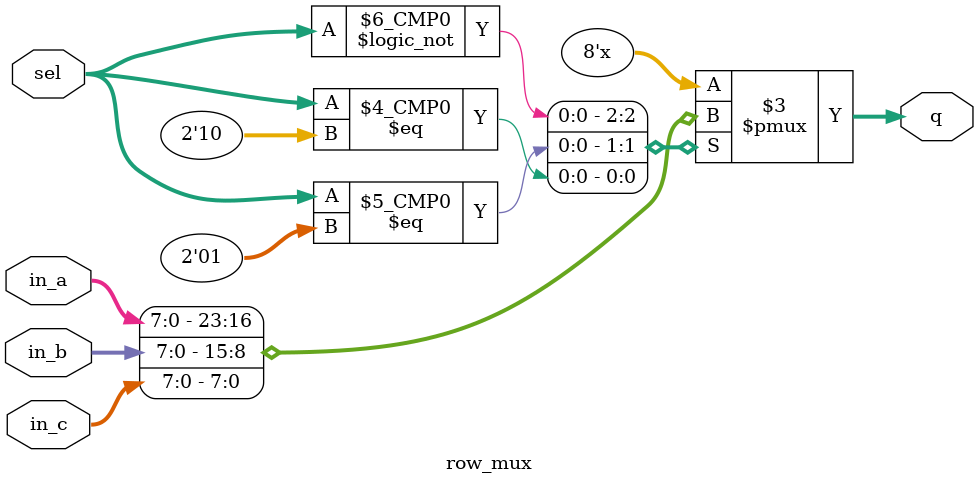
<source format=sv>
`timescale 1ns / 1ps

`default_nettype none

module row_mux(
    input wire[1:0] sel,
    
    input wire[7:0] in_a,
    input wire[7:0] in_b,
    input wire[7:0] in_c,
    
    output reg [7:0] q
    );
       
    always_comb begin
        case (sel) 
            2'b00 : q = in_a;
            2'b01 : q = in_b;
            2'b10 : q = in_c;
        endcase
    end
    
endmodule

</source>
